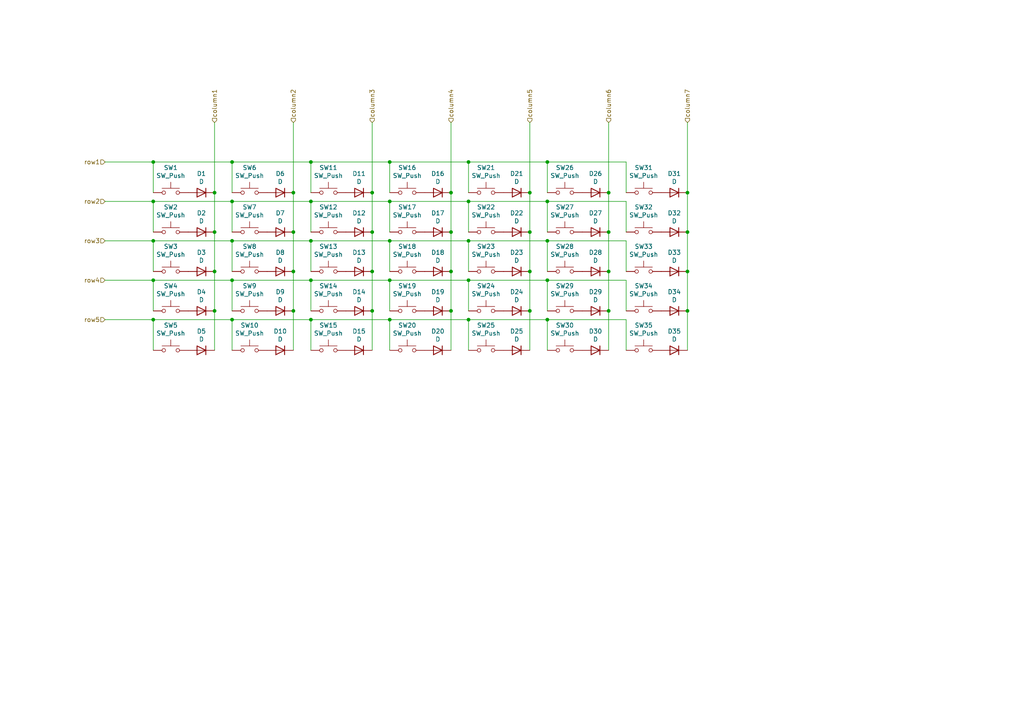
<source format=kicad_sch>
(kicad_sch (version 20211123) (generator eeschema)
  (paper "A4")
  (title_block (title "Xenopon Keyboard") (date "2021-12-15") (rev "2") (company "Jesper Fasth"))
  (lib_symbols
    (symbol "Device:D" (pin_numbers hide) (pin_names (offset 1.016) hide)
      (property "Reference" "D" (at 0 2.54 0))
      (property "Value" "D" (at 0 -2.54 0))
      (symbol "D_0_1"
        (polyline (pts (xy -1.27 1.27) (xy -1.27 -1.27)) (stroke (width 0.254)))
        (polyline (pts (xy 1.27 0) (xy -1.27 0)))
        (polyline (pts (xy 1.27 1.27) (xy 1.27 -1.27) (xy -1.27 0) (xy 1.27 1.27)) (stroke (width 0.254)))
      )
      (symbol "D_1_1"
        (pin passive line (at -3.81 0 0) (length 2.54) (name "K") (number "1"))
        (pin passive line (at 3.81 0 180) (length 2.54) (name "A") (number "2"))
      )
    )
    (symbol "Switch:SW_Push" (pin_numbers hide) (pin_names (offset 1.016) hide)
      (property "Reference" "SW" (at 1.27 2.54 0))
      (property "Value" "SW_Push" (at 0 -1.524 0))
      (symbol "SW_Push_0_1"
        (circle (center -2.032 0) (radius 0.508))
        (polyline (pts (xy 0 1.27) (xy 0 3.048)))
        (polyline (pts (xy 2.54 1.27) (xy -2.54 1.27)))
        (circle (center 2.032 0) (radius 0.508))
        (pin passive line (at -5.08 0 0) (length 2.54) (name "1") (number "1"))
        (pin passive line (at 5.08 0 180) (length 2.54) (name "2") (number "2"))
      )
    )
  )
  (junction (at 44.45 69.85))
  (junction (at 44.45 92.71))
  (junction (at 62.23 90.17))
  (junction (at 107.95 67.31))
  (junction (at 135.89 69.85))
  (junction (at 199.39 90.17))
  (junction (at 67.31 46.99))
  (junction (at 135.89 46.99))
  (junction (at 90.17 46.99))
  (junction (at 176.53 67.31))
  (junction (at 67.31 81.28))
  (junction (at 67.31 58.42))
  (junction (at 199.39 78.74))
  (junction (at 153.67 78.74))
  (junction (at 158.75 69.85))
  (junction (at 62.23 78.74))
  (junction (at 44.45 58.42))
  (junction (at 107.95 78.74))
  (junction (at 153.67 67.31))
  (junction (at 130.81 55.88))
  (junction (at 130.81 67.31))
  (junction (at 90.17 69.85))
  (junction (at 130.81 90.17))
  (junction (at 158.75 81.28))
  (junction (at 113.03 69.85))
  (junction (at 85.09 55.88))
  (junction (at 107.95 90.17))
  (junction (at 135.89 92.71))
  (junction (at 176.53 78.74))
  (junction (at 176.53 55.88))
  (junction (at 199.39 67.31))
  (junction (at 130.81 78.74))
  (junction (at 113.03 58.42))
  (junction (at 90.17 58.42))
  (junction (at 85.09 67.31))
  (junction (at 113.03 81.28))
  (junction (at 135.89 58.42))
  (junction (at 62.23 67.31))
  (junction (at 153.67 90.17))
  (junction (at 153.67 55.88))
  (junction (at 113.03 46.99))
  (junction (at 62.23 55.88))
  (junction (at 158.75 58.42))
  (junction (at 85.09 78.74))
  (junction (at 67.31 92.71))
  (junction (at 113.03 92.71))
  (junction (at 158.75 46.99))
  (junction (at 135.89 81.28))
  (junction (at 176.53 90.17))
  (junction (at 44.45 46.99))
  (junction (at 90.17 92.71))
  (junction (at 158.75 92.71))
  (junction (at 85.09 90.17))
  (junction (at 90.17 81.28))
  (junction (at 44.45 81.28))
  (junction (at 199.39 55.88))
  (junction (at 107.95 55.88))
  (junction (at 67.31 69.85))
  (wire (pts (xy 85.09 55.88) (xy 85.09 35.56)))
  (wire (pts (xy 67.31 92.71) (xy 67.31 101.6)))
  (wire (pts (xy 30.48 92.71) (xy 44.45 92.71)))
  (wire (pts (xy 62.23 78.74) (xy 62.23 90.17)))
  (wire (pts (xy 199.39 78.74) (xy 199.39 90.17)))
  (wire (pts (xy 44.45 69.85) (xy 44.45 78.74)))
  (wire (pts (xy 181.61 69.85) (xy 181.61 78.74)))
  (wire (pts (xy 135.89 69.85) (xy 135.89 78.74)))
  (wire (pts (xy 181.61 81.28) (xy 181.61 90.17)))
  (wire (pts (xy 107.95 78.74) (xy 107.95 67.31)))
  (wire (pts (xy 158.75 69.85) (xy 181.61 69.85)))
  (wire (pts (xy 158.75 81.28) (xy 158.75 90.17)))
  (wire (pts (xy 44.45 81.28) (xy 44.45 90.17)))
  (wire (pts (xy 130.81 78.74) (xy 130.81 90.17)))
  (wire (pts (xy 67.31 58.42) (xy 90.17 58.42)))
  (wire (pts (xy 90.17 81.28) (xy 90.17 90.17)))
  (wire (pts (xy 176.53 35.56) (xy 176.53 55.88)))
  (wire (pts (xy 130.81 90.17) (xy 130.81 101.6)))
  (wire (pts (xy 113.03 69.85) (xy 113.03 78.74)))
  (wire (pts (xy 67.31 58.42) (xy 67.31 67.31)))
  (wire (pts (xy 113.03 81.28) (xy 135.89 81.28)))
  (wire (pts (xy 153.67 35.56) (xy 153.67 55.88)))
  (wire (pts (xy 176.53 90.17) (xy 176.53 101.6)))
  (wire (pts (xy 30.48 46.99) (xy 44.45 46.99)))
  (wire (pts (xy 199.39 90.17) (xy 199.39 101.6)))
  (wire (pts (xy 158.75 46.99) (xy 158.75 55.88)))
  (wire (pts (xy 67.31 69.85) (xy 67.31 78.74)))
  (wire (pts (xy 90.17 81.28) (xy 113.03 81.28)))
  (wire (pts (xy 158.75 69.85) (xy 158.75 78.74)))
  (wire (pts (xy 153.67 78.74) (xy 153.67 90.17)))
  (wire (pts (xy 85.09 78.74) (xy 85.09 67.31)))
  (wire (pts (xy 113.03 46.99) (xy 135.89 46.99)))
  (wire (pts (xy 67.31 46.99) (xy 90.17 46.99)))
  (wire (pts (xy 90.17 46.99) (xy 90.17 55.88)))
  (wire (pts (xy 44.45 92.71) (xy 44.45 101.6)))
  (wire (pts (xy 44.45 46.99) (xy 67.31 46.99)))
  (wire (pts (xy 135.89 46.99) (xy 135.89 55.88)))
  (wire (pts (xy 113.03 92.71) (xy 135.89 92.71)))
  (wire (pts (xy 135.89 46.99) (xy 158.75 46.99)))
  (wire (pts (xy 107.95 67.31) (xy 107.95 55.88)))
  (wire (pts (xy 113.03 58.42) (xy 135.89 58.42)))
  (wire (pts (xy 158.75 58.42) (xy 181.61 58.42)))
  (wire (pts (xy 153.67 67.31) (xy 153.67 78.74)))
  (wire (pts (xy 113.03 81.28) (xy 113.03 90.17)))
  (wire (pts (xy 90.17 69.85) (xy 113.03 69.85)))
  (wire (pts (xy 67.31 92.71) (xy 90.17 92.71)))
  (wire (pts (xy 130.81 35.56) (xy 130.81 55.88)))
  (wire (pts (xy 199.39 35.56) (xy 199.39 55.88)))
  (wire (pts (xy 176.53 78.74) (xy 176.53 90.17)))
  (wire (pts (xy 158.75 92.71) (xy 181.61 92.71)))
  (wire (pts (xy 158.75 58.42) (xy 158.75 67.31)))
  (wire (pts (xy 67.31 81.28) (xy 90.17 81.28)))
  (wire (pts (xy 153.67 90.17) (xy 153.67 101.6)))
  (wire (pts (xy 90.17 46.99) (xy 113.03 46.99)))
  (wire (pts (xy 44.45 92.71) (xy 67.31 92.71)))
  (wire (pts (xy 135.89 92.71) (xy 158.75 92.71)))
  (wire (pts (xy 199.39 55.88) (xy 199.39 67.31)))
  (wire (pts (xy 90.17 92.71) (xy 113.03 92.71)))
  (wire (pts (xy 85.09 101.6) (xy 85.09 90.17)))
  (wire (pts (xy 62.23 35.56) (xy 62.23 55.88)))
  (wire (pts (xy 85.09 67.31) (xy 85.09 55.88)))
  (wire (pts (xy 67.31 46.99) (xy 67.31 55.88)))
  (wire (pts (xy 135.89 58.42) (xy 135.89 67.31)))
  (wire (pts (xy 107.95 101.6) (xy 107.95 90.17)))
  (wire (pts (xy 107.95 90.17) (xy 107.95 78.74)))
  (wire (pts (xy 113.03 92.71) (xy 113.03 101.6)))
  (wire (pts (xy 158.75 81.28) (xy 181.61 81.28)))
  (wire (pts (xy 199.39 67.31) (xy 199.39 78.74)))
  (wire (pts (xy 153.67 55.88) (xy 153.67 67.31)))
  (wire (pts (xy 90.17 69.85) (xy 90.17 78.74)))
  (wire (pts (xy 44.45 58.42) (xy 67.31 58.42)))
  (wire (pts (xy 181.61 92.71) (xy 181.61 101.6)))
  (wire (pts (xy 130.81 67.31) (xy 130.81 78.74)))
  (wire (pts (xy 176.53 67.31) (xy 176.53 78.74)))
  (wire (pts (xy 44.45 58.42) (xy 44.45 67.31)))
  (wire (pts (xy 30.48 81.28) (xy 44.45 81.28)))
  (wire (pts (xy 44.45 81.28) (xy 67.31 81.28)))
  (wire (pts (xy 113.03 69.85) (xy 135.89 69.85)))
  (wire (pts (xy 113.03 46.99) (xy 113.03 55.88)))
  (wire (pts (xy 135.89 81.28) (xy 158.75 81.28)))
  (wire (pts (xy 30.48 58.42) (xy 44.45 58.42)))
  (wire (pts (xy 44.45 46.99) (xy 44.45 55.88)))
  (wire (pts (xy 107.95 55.88) (xy 107.95 35.56)))
  (wire (pts (xy 62.23 90.17) (xy 62.23 101.6)))
  (wire (pts (xy 44.45 69.85) (xy 67.31 69.85)))
  (wire (pts (xy 135.89 58.42) (xy 158.75 58.42)))
  (wire (pts (xy 158.75 46.99) (xy 181.61 46.99)))
  (wire (pts (xy 181.61 58.42) (xy 181.61 67.31)))
  (wire (pts (xy 90.17 58.42) (xy 90.17 67.31)))
  (wire (pts (xy 62.23 67.31) (xy 62.23 78.74)))
  (wire (pts (xy 135.89 92.71) (xy 135.89 101.6)))
  (wire (pts (xy 90.17 92.71) (xy 90.17 101.6)))
  (wire (pts (xy 135.89 69.85) (xy 158.75 69.85)))
  (wire (pts (xy 62.23 55.88) (xy 62.23 67.31)))
  (wire (pts (xy 67.31 69.85) (xy 90.17 69.85)))
  (wire (pts (xy 176.53 55.88) (xy 176.53 67.31)))
  (wire (pts (xy 113.03 58.42) (xy 113.03 67.31)))
  (wire (pts (xy 85.09 90.17) (xy 85.09 78.74)))
  (wire (pts (xy 158.75 92.71) (xy 158.75 101.6)))
  (wire (pts (xy 67.31 81.28) (xy 67.31 90.17)))
  (wire (pts (xy 30.48 69.85) (xy 44.45 69.85)))
  (wire (pts (xy 181.61 46.99) (xy 181.61 55.88)))
  (wire (pts (xy 130.81 55.88) (xy 130.81 67.31)))
  (wire (pts (xy 135.89 81.28) (xy 135.89 90.17)))
  (wire (pts (xy 90.17 58.42) (xy 113.03 58.42)))
  (hierarchical_label "column2" (shape input) (at 85.09 35.56 90))
  (hierarchical_label "row2" (shape input) (at 30.48 58.42 180))
  (hierarchical_label "column3" (shape input) (at 107.95 35.56 90))
  (hierarchical_label "row3" (shape input) (at 30.48 69.85 180))
  (hierarchical_label "row5" (shape input) (at 30.48 92.71 180))
  (hierarchical_label "row1" (shape input) (at 30.48 46.99 180))
  (hierarchical_label "row4" (shape input) (at 30.48 81.28 180))
  (hierarchical_label "column6" (shape input) (at 176.53 35.56 90))
  (hierarchical_label "column5" (shape input) (at 153.67 35.56 90))
  (hierarchical_label "column4" (shape input) (at 130.81 35.56 90))
  (hierarchical_label "column1" (shape input) (at 62.23 35.56 90))
  (hierarchical_label "column7" (shape input) (at 199.39 35.56 90))
  (symbol (lib_id "Switch:SW_Push") (at 49.53 55.88 0) (unit 1)
    (property "Reference" "SW1" (at 49.53 48.641 0))
    (property "Value" "SW_Push" (at 49.53 50.9524 0))
    (property "Footprint" "XenophonFootprintLibrary:SW_Cherry_MX_1.50u_PCB" (effects hide))
  )
  (symbol (lib_id "Device:D") (at 58.42 55.88 180) (unit 1)
    (property "Reference" "D1" (at 58.42 50.3682 0))
    (property "Value" "D" (at 58.42 52.6796 0))
    (property "Footprint" "Diode_SMD:D_1206_3216Metric" (effects hide))
  )
  (symbol (lib_id "Switch:SW_Push") (at 49.53 67.31 0) (unit 1)
    (property "Reference" "SW2" (at 49.53 60.071 0))
    (property "Value" "SW_Push" (at 49.53 62.3824 0))
    (property "Footprint" "XenophonFootprintLibrary:SW_Cherry_MX_1.50u_PCB" (effects hide))
  )
  (symbol (lib_id "Device:D") (at 58.42 67.31 180) (unit 1)
    (property "Reference" "D2" (at 58.42 61.7982 0))
    (property "Value" "D" (at 58.42 64.1096 0))
    (property "Footprint" "Diode_SMD:D_1206_3216Metric" (effects hide))
  )
  (symbol (lib_id "Switch:SW_Push") (at 49.53 78.74 0) (unit 1)
    (property "Reference" "SW3" (at 49.53 71.501 0))
    (property "Value" "SW_Push" (at 49.53 73.8124 0))
    (property "Footprint" "XenophonFootprintLibrary:SW_Cherry_MX_1.50u_PCB" (effects hide))
  )
  (symbol (lib_id "Device:D") (at 58.42 78.74 180) (unit 1)
    (property "Reference" "D3" (at 58.42 73.2282 0))
    (property "Value" "D" (at 58.42 75.5396 0))
    (property "Footprint" "Diode_SMD:D_1206_3216Metric" (effects hide))
  )
  (symbol (lib_id "Switch:SW_Push") (at 49.53 90.17 0) (unit 1)
    (property "Reference" "SW4" (at 49.53 82.931 0))
    (property "Value" "SW_Push" (at 49.53 85.2424 0))
    (property "Footprint" "XenophonFootprintLibrary:SW_Cherry_MX_1.50u_PCB" (effects hide))
  )
  (symbol (lib_id "Device:D") (at 58.42 90.17 180) (unit 1)
    (property "Reference" "D4" (at 58.42 84.6582 0))
    (property "Value" "D" (at 58.42 86.9696 0))
    (property "Footprint" "Diode_SMD:D_1206_3216Metric" (effects hide))
  )
  (symbol (lib_id "Switch:SW_Push") (at 49.53 101.6 0) (unit 1)
    (property "Reference" "SW5" (at 49.53 94.361 0))
    (property "Value" "SW_Push" (at 49.53 96.6724 0))
    (property "Footprint" "XenophonFootprintLibrary:SW_Cherry_MX_1.50u_PCB" (effects hide))
  )
  (symbol (lib_id "Device:D") (at 58.42 101.6 180) (unit 1)
    (property "Reference" "D5" (at 58.42 96.0882 0))
    (property "Value" "D" (at 58.42 98.3996 0))
    (property "Footprint" "Diode_SMD:D_1206_3216Metric" (effects hide))
  )
  (symbol (lib_id "Switch:SW_Push") (at 72.39 55.88 0) (unit 1)
    (property "Reference" "SW6" (at 72.39 48.641 0))
    (property "Value" "SW_Push" (at 72.39 50.9524 0))
    (property "Footprint" "XenophonFootprintLibrary:SW_Cherry_MX_1.00u_PCB" (effects hide))
  )
  (symbol (lib_id "Device:D") (at 81.28 55.88 180) (unit 1)
    (property "Reference" "D6" (at 81.28 50.3682 0))
    (property "Value" "D" (at 81.28 52.6796 0))
    (property "Footprint" "Diode_SMD:D_1206_3216Metric" (effects hide))
  )
  (symbol (lib_id "Switch:SW_Push") (at 72.39 67.31 0) (unit 1)
    (property "Reference" "SW7" (at 72.39 60.071 0))
    (property "Value" "SW_Push" (at 72.39 62.3824 0))
    (property "Footprint" "XenophonFootprintLibrary:SW_Cherry_MX_1.00u_PCB" (effects hide))
  )
  (symbol (lib_id "Device:D") (at 81.28 67.31 180) (unit 1)
    (property "Reference" "D7" (at 81.28 61.7982 0))
    (property "Value" "D" (at 81.28 64.1096 0))
    (property "Footprint" "Diode_SMD:D_1206_3216Metric" (effects hide))
  )
  (symbol (lib_id "Switch:SW_Push") (at 72.39 78.74 0) (unit 1)
    (property "Reference" "SW8" (at 72.39 71.501 0))
    (property "Value" "SW_Push" (at 72.39 73.8124 0))
    (property "Footprint" "XenophonFootprintLibrary:SW_Cherry_MX_1.00u_PCB" (effects hide))
  )
  (symbol (lib_id "Device:D") (at 81.28 78.74 180) (unit 1)
    (property "Reference" "D8" (at 81.28 73.2282 0))
    (property "Value" "D" (at 81.28 75.5396 0))
    (property "Footprint" "Diode_SMD:D_1206_3216Metric" (effects hide))
  )
  (symbol (lib_id "Switch:SW_Push") (at 72.39 90.17 0) (unit 1)
    (property "Reference" "SW9" (at 72.39 82.931 0))
    (property "Value" "SW_Push" (at 72.39 85.2424 0))
    (property "Footprint" "XenophonFootprintLibrary:SW_Cherry_MX_1.00u_PCB" (effects hide))
  )
  (symbol (lib_id "Device:D") (at 81.28 90.17 180) (unit 1)
    (property "Reference" "D9" (at 81.28 84.6582 0))
    (property "Value" "D" (at 81.28 86.9696 0))
    (property "Footprint" "Diode_SMD:D_1206_3216Metric" (effects hide))
  )
  (symbol (lib_id "Switch:SW_Push") (at 72.39 101.6 0) (unit 1)
    (property "Reference" "SW10" (at 72.39 94.361 0))
    (property "Value" "SW_Push" (at 72.39 96.6724 0))
    (property "Footprint" "XenophonFootprintLibrary:SW_Cherry_MX_1.00u_PCB" (effects hide))
  )
  (symbol (lib_id "Device:D") (at 81.28 101.6 180) (unit 1)
    (property "Reference" "D10" (at 81.28 96.0882 0))
    (property "Value" "D" (at 81.28 98.3996 0))
    (property "Footprint" "Diode_SMD:D_1206_3216Metric" (effects hide))
  )
  (symbol (lib_id "Switch:SW_Push") (at 95.25 55.88 0) (unit 1)
    (property "Reference" "SW11" (at 95.25 48.641 0))
    (property "Value" "SW_Push" (at 95.25 50.9524 0))
    (property "Footprint" "XenophonFootprintLibrary:SW_Cherry_MX_1.00u_PCB" (effects hide))
  )
  (symbol (lib_id "Device:D") (at 104.14 55.88 180) (unit 1)
    (property "Reference" "D11" (at 104.14 50.3682 0))
    (property "Value" "D" (at 104.14 52.6796 0))
    (property "Footprint" "Diode_SMD:D_1206_3216Metric" (effects hide))
  )
  (symbol (lib_id "Switch:SW_Push") (at 95.25 67.31 0) (unit 1)
    (property "Reference" "SW12" (at 95.25 60.071 0))
    (property "Value" "SW_Push" (at 95.25 62.3824 0))
    (property "Footprint" "XenophonFootprintLibrary:SW_Cherry_MX_1.00u_PCB" (effects hide))
  )
  (symbol (lib_id "Device:D") (at 104.14 67.31 180) (unit 1)
    (property "Reference" "D12" (at 104.14 61.7982 0))
    (property "Value" "D" (at 104.14 64.1096 0))
    (property "Footprint" "Diode_SMD:D_1206_3216Metric" (effects hide))
  )
  (symbol (lib_id "Switch:SW_Push") (at 95.25 78.74 0) (unit 1)
    (property "Reference" "SW13" (at 95.25 71.501 0))
    (property "Value" "SW_Push" (at 95.25 73.8124 0))
    (property "Footprint" "XenophonFootprintLibrary:SW_Cherry_MX_1.00u_PCB" (effects hide))
  )
  (symbol (lib_id "Device:D") (at 104.14 78.74 180) (unit 1)
    (property "Reference" "D13" (at 104.14 73.2282 0))
    (property "Value" "D" (at 104.14 75.5396 0))
    (property "Footprint" "Diode_SMD:D_1206_3216Metric" (effects hide))
  )
  (symbol (lib_id "Switch:SW_Push") (at 95.25 90.17 0) (unit 1)
    (property "Reference" "SW14" (at 95.25 82.931 0))
    (property "Value" "SW_Push" (at 95.25 85.2424 0))
    (property "Footprint" "XenophonFootprintLibrary:SW_Cherry_MX_1.00u_PCB" (effects hide))
  )
  (symbol (lib_id "Device:D") (at 104.14 90.17 180) (unit 1)
    (property "Reference" "D14" (at 104.14 84.6582 0))
    (property "Value" "D" (at 104.14 86.9696 0))
    (property "Footprint" "Diode_SMD:D_1206_3216Metric" (effects hide))
  )
  (symbol (lib_id "Switch:SW_Push") (at 95.25 101.6 0) (unit 1)
    (property "Reference" "SW15" (at 95.25 94.361 0))
    (property "Value" "SW_Push" (at 95.25 96.6724 0))
    (property "Footprint" "XenophonFootprintLibrary:SW_Cherry_MX_1.00u_PCB" (effects hide))
  )
  (symbol (lib_id "Device:D") (at 104.14 101.6 180) (unit 1)
    (property "Reference" "D15" (at 104.14 96.0882 0))
    (property "Value" "D" (at 104.14 98.3996 0))
    (property "Footprint" "Diode_SMD:D_1206_3216Metric" (effects hide))
  )
  (symbol (lib_id "Switch:SW_Push") (at 118.11 55.88 0) (unit 1)
    (property "Reference" "SW16" (at 118.11 48.641 0))
    (property "Value" "SW_Push" (at 118.11 50.9524 0))
    (property "Footprint" "XenophonFootprintLibrary:SW_Cherry_MX_1.00u_PCB" (effects hide))
  )
  (symbol (lib_id "Device:D") (at 127 55.88 180) (unit 1)
    (property "Reference" "D16" (at 127 50.3682 0))
    (property "Value" "D" (at 127 52.6796 0))
    (property "Footprint" "Diode_SMD:D_1206_3216Metric" (effects hide))
  )
  (symbol (lib_id "Switch:SW_Push") (at 118.11 67.31 0) (unit 1)
    (property "Reference" "SW17" (at 118.11 60.071 0))
    (property "Value" "SW_Push" (at 118.11 62.3824 0))
    (property "Footprint" "XenophonFootprintLibrary:SW_Cherry_MX_1.00u_PCB" (effects hide))
  )
  (symbol (lib_id "Device:D") (at 127 67.31 180) (unit 1)
    (property "Reference" "D17" (at 127 61.7982 0))
    (property "Value" "D" (at 127 64.1096 0))
    (property "Footprint" "Diode_SMD:D_1206_3216Metric" (effects hide))
  )
  (symbol (lib_id "Switch:SW_Push") (at 118.11 78.74 0) (unit 1)
    (property "Reference" "SW18" (at 118.11 71.501 0))
    (property "Value" "SW_Push" (at 118.11 73.8124 0))
    (property "Footprint" "XenophonFootprintLibrary:SW_Cherry_MX_1.00u_PCB" (effects hide))
  )
  (symbol (lib_id "Device:D") (at 127 78.74 180) (unit 1)
    (property "Reference" "D18" (at 127 73.2282 0))
    (property "Value" "D" (at 127 75.5396 0))
    (property "Footprint" "Diode_SMD:D_1206_3216Metric" (effects hide))
  )
  (symbol (lib_id "Switch:SW_Push") (at 118.11 90.17 0) (unit 1)
    (property "Reference" "SW19" (at 118.11 82.931 0))
    (property "Value" "SW_Push" (at 118.11 85.2424 0))
    (property "Footprint" "XenophonFootprintLibrary:SW_Cherry_MX_1.00u_PCB" (effects hide))
  )
  (symbol (lib_id "Device:D") (at 127 90.17 180) (unit 1)
    (property "Reference" "D19" (at 127 84.6582 0))
    (property "Value" "D" (at 127 86.9696 0))
    (property "Footprint" "Diode_SMD:D_1206_3216Metric" (effects hide))
  )
  (symbol (lib_id "Switch:SW_Push") (at 118.11 101.6 0) (unit 1)
    (property "Reference" "SW20" (at 118.11 94.361 0))
    (property "Value" "SW_Push" (at 118.11 96.6724 0))
    (property "Footprint" "XenophonFootprintLibrary:SW_Cherry_MX_1.00u_PCB" (effects hide))
  )
  (symbol (lib_id "Device:D") (at 127 101.6 180) (unit 1)
    (property "Reference" "D20" (at 127 96.0882 0))
    (property "Value" "D" (at 127 98.3996 0))
    (property "Footprint" "Diode_SMD:D_1206_3216Metric" (effects hide))
  )
  (symbol (lib_id "Switch:SW_Push") (at 140.97 55.88 0) (unit 1)
    (property "Reference" "SW21" (at 140.97 48.641 0))
    (property "Value" "SW_Push" (at 140.97 50.9524 0))
    (property "Footprint" "XenophonFootprintLibrary:SW_Cherry_MX_1.00u_PCB" (effects hide))
  )
  (symbol (lib_id "Device:D") (at 149.86 55.88 180) (unit 1)
    (property "Reference" "D21" (at 149.86 50.3682 0))
    (property "Value" "D" (at 149.86 52.6796 0))
    (property "Footprint" "Diode_SMD:D_1206_3216Metric" (effects hide))
  )
  (symbol (lib_id "Switch:SW_Push") (at 140.97 67.31 0) (unit 1)
    (property "Reference" "SW22" (at 140.97 60.071 0))
    (property "Value" "SW_Push" (at 140.97 62.3824 0))
    (property "Footprint" "XenophonFootprintLibrary:SW_Cherry_MX_1.00u_PCB" (effects hide))
  )
  (symbol (lib_id "Device:D") (at 149.86 67.31 180) (unit 1)
    (property "Reference" "D22" (at 149.86 61.7982 0))
    (property "Value" "D" (at 149.86 64.1096 0))
    (property "Footprint" "Diode_SMD:D_1206_3216Metric" (effects hide))
  )
  (symbol (lib_id "Switch:SW_Push") (at 140.97 78.74 0) (unit 1)
    (property "Reference" "SW23" (at 140.97 71.501 0))
    (property "Value" "SW_Push" (at 140.97 73.8124 0))
    (property "Footprint" "XenophonFootprintLibrary:SW_Cherry_MX_1.00u_PCB" (effects hide))
  )
  (symbol (lib_id "Device:D") (at 149.86 78.74 180) (unit 1)
    (property "Reference" "D23" (at 149.86 73.2282 0))
    (property "Value" "D" (at 149.86 75.5396 0))
    (property "Footprint" "Diode_SMD:D_1206_3216Metric" (effects hide))
  )
  (symbol (lib_id "Switch:SW_Push") (at 140.97 90.17 0) (unit 1)
    (property "Reference" "SW24" (at 140.97 82.931 0))
    (property "Value" "SW_Push" (at 140.97 85.2424 0))
    (property "Footprint" "XenophonFootprintLibrary:SW_Cherry_MX_1.00u_PCB" (effects hide))
  )
  (symbol (lib_id "Device:D") (at 149.86 90.17 180) (unit 1)
    (property "Reference" "D24" (at 149.86 84.6582 0))
    (property "Value" "D" (at 149.86 86.9696 0))
    (property "Footprint" "Diode_SMD:D_1206_3216Metric" (effects hide))
  )
  (symbol (lib_id "Switch:SW_Push") (at 140.97 101.6 0) (unit 1)
    (property "Reference" "SW25" (at 140.97 94.361 0))
    (property "Value" "SW_Push" (at 140.97 96.6724 0))
    (property "Footprint" "XenophonFootprintLibrary:SW_Cherry_MX_1.00u_PCB" (effects hide))
  )
  (symbol (lib_id "Device:D") (at 149.86 101.6 180) (unit 1)
    (property "Reference" "D25" (at 149.86 96.0882 0))
    (property "Value" "D" (at 149.86 98.3996 0))
    (property "Footprint" "Diode_SMD:D_1206_3216Metric" (effects hide))
  )
  (symbol (lib_id "Switch:SW_Push") (at 163.83 55.88 0) (unit 1)
    (property "Reference" "SW26" (at 163.83 48.641 0))
    (property "Value" "SW_Push" (at 163.83 50.9524 0))
    (property "Footprint" "XenophonFootprintLibrary:SW_Cherry_MX_1.00u_PCB" (effects hide))
  )
  (symbol (lib_id "Device:D") (at 172.72 55.88 180) (unit 1)
    (property "Reference" "D26" (at 172.72 50.3682 0))
    (property "Value" "D" (at 172.72 52.6796 0))
    (property "Footprint" "Diode_SMD:D_1206_3216Metric" (effects hide))
  )
  (symbol (lib_id "Switch:SW_Push") (at 163.83 67.31 0) (unit 1)
    (property "Reference" "SW27" (at 163.83 60.071 0))
    (property "Value" "SW_Push" (at 163.83 62.3824 0))
    (property "Footprint" "XenophonFootprintLibrary:SW_Cherry_MX_1.00u_PCB" (effects hide))
  )
  (symbol (lib_id "Device:D") (at 172.72 67.31 180) (unit 1)
    (property "Reference" "D27" (at 172.72 61.7982 0))
    (property "Value" "D" (at 172.72 64.1096 0))
    (property "Footprint" "Diode_SMD:D_1206_3216Metric" (effects hide))
  )
  (symbol (lib_id "Switch:SW_Push") (at 163.83 78.74 0) (unit 1)
    (property "Reference" "SW28" (at 163.83 71.501 0))
    (property "Value" "SW_Push" (at 163.83 73.8124 0))
    (property "Footprint" "XenophonFootprintLibrary:SW_Cherry_MX_1.00u_PCB" (effects hide))
  )
  (symbol (lib_id "Device:D") (at 172.72 78.74 180) (unit 1)
    (property "Reference" "D28" (at 172.72 73.2282 0))
    (property "Value" "D" (at 172.72 75.5396 0))
    (property "Footprint" "Diode_SMD:D_1206_3216Metric" (effects hide))
  )
  (symbol (lib_id "Switch:SW_Push") (at 163.83 90.17 0) (unit 1)
    (property "Reference" "SW29" (at 163.83 82.931 0))
    (property "Value" "SW_Push" (at 163.83 85.2424 0))
    (property "Footprint" "XenophonFootprintLibrary:SW_Cherry_MX_1.00u_PCB" (effects hide))
  )
  (symbol (lib_id "Device:D") (at 172.72 90.17 180) (unit 1)
    (property "Reference" "D29" (at 172.72 84.6582 0))
    (property "Value" "D" (at 172.72 86.9696 0))
    (property "Footprint" "Diode_SMD:D_1206_3216Metric" (effects hide))
  )
  (symbol (lib_id "Switch:SW_Push") (at 163.83 101.6 0) (unit 1)
    (property "Reference" "SW30" (at 163.83 94.361 0))
    (property "Value" "SW_Push" (at 163.83 96.6724 0))
    (property "Footprint" "XenophonFootprintLibrary:SW_Cherry_MX_1.00u_PCB" (effects hide))
  )
  (symbol (lib_id "Device:D") (at 172.72 101.6 180) (unit 1)
    (property "Reference" "D30" (at 172.72 96.0882 0))
    (property "Value" "D" (at 172.72 98.3996 0))
    (property "Footprint" "Diode_SMD:D_1206_3216Metric" (effects hide))
  )
  (symbol (lib_id "Switch:SW_Push") (at 186.69 55.88 0) (unit 1)
    (property "Reference" "SW31" (at 186.69 48.641 0))
    (property "Value" "SW_Push" (at 186.69 50.9524 0))
    (property "Footprint" "XenophonFootprintLibrary:SW_Cherry_MX_1.00u_PCB" (effects hide))
  )
  (symbol (lib_id "Device:D") (at 195.58 55.88 180) (unit 1)
    (property "Reference" "D31" (at 195.58 50.3682 0))
    (property "Value" "D" (at 195.58 52.6796 0))
    (property "Footprint" "Diode_SMD:D_1206_3216Metric" (effects hide))
  )
  (symbol (lib_id "Switch:SW_Push") (at 186.69 67.31 0) (unit 1)
    (property "Reference" "SW32" (at 186.69 60.071 0))
    (property "Value" "SW_Push" (at 186.69 62.3824 0))
    (property "Footprint" "XenophonFootprintLibrary:SW_Cherry_MX_1.00u_PCB" (effects hide))
  )
  (symbol (lib_id "Device:D") (at 195.58 67.31 180) (unit 1)
    (property "Reference" "D32" (at 195.58 61.7982 0))
    (property "Value" "D" (at 195.58 64.1096 0))
    (property "Footprint" "Diode_SMD:D_1206_3216Metric" (effects hide))
  )
  (symbol (lib_id "Switch:SW_Push") (at 186.69 78.74 0) (unit 1)
    (property "Reference" "SW33" (at 186.69 71.501 0))
    (property "Value" "SW_Push" (at 186.69 73.8124 0))
    (property "Footprint" "XenophonFootprintLibrary:SW_Cherry_MX_1.00u_PCB" (effects hide))
  )
  (symbol (lib_id "Device:D") (at 195.58 78.74 180) (unit 1)
    (property "Reference" "D33" (at 195.58 73.2282 0))
    (property "Value" "D" (at 195.58 75.5396 0))
    (property "Footprint" "Diode_SMD:D_1206_3216Metric" (effects hide))
  )
  (symbol (lib_id "Switch:SW_Push") (at 186.69 90.17 0) (unit 1)
    (property "Reference" "SW34" (at 186.69 82.931 0))
    (property "Value" "SW_Push" (at 186.69 85.2424 0))
    (property "Footprint" "XenophonFootprintLibrary:SW_Cherry_MX_1.00u_PCB" (effects hide))
  )
  (symbol (lib_id "Device:D") (at 195.58 90.17 180) (unit 1)
    (property "Reference" "D34" (at 195.58 84.6582 0))
    (property "Value" "D" (at 195.58 86.9696 0))
    (property "Footprint" "Diode_SMD:D_1206_3216Metric" (effects hide))
  )
  (symbol (lib_id "Switch:SW_Push") (at 186.69 101.6 0) (unit 1)
    (property "Reference" "SW35" (at 186.69 94.361 0))
    (property "Value" "SW_Push" (at 186.69 96.6724 0))
    (property "Footprint" "XenophonFootprintLibrary:SW_Cherry_MX_1.00u_PCB" (effects hide))
  )
  (symbol (lib_id "Device:D") (at 195.58 101.6 180) (unit 1)
    (property "Reference" "D35" (at 195.58 96.0882 0))
    (property "Value" "D" (at 195.58 98.3996 0))
    (property "Footprint" "Diode_SMD:D_1206_3216Metric" (effects hide))
  )
)
</source>
